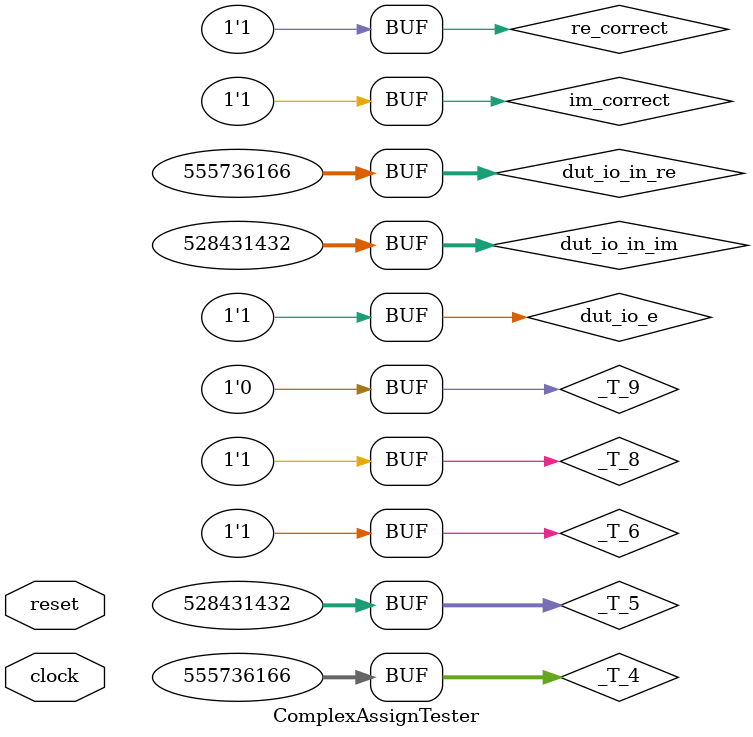
<source format=v>
module ComplexAssign(
  input         io_e,
  input  [31:0] io_in_re,
  input  [31:0] io_in_im
);
  initial begin end
endmodule
module ComplexAssignTester(
  input   clock,
  input   reset
);
  wire  dut_io_e; // @[ComplexAssign.scala 34:19]
  wire [31:0] dut_io_in_re; // @[ComplexAssign.scala 34:19]
  wire [31:0] dut_io_in_im; // @[ComplexAssign.scala 34:19]
  reg  value; // @[Counter.scala 29:33]
  reg [31:0] _RAND_0;
  wire  _T_2; // @[Counter.scala 38:22]
  wire [31:0] _T_4; // @[ComplexAssign.scala 38:41]
  wire  re_correct; // @[ComplexAssign.scala 38:34]
  wire [31:0] _T_5; // @[ComplexAssign.scala 39:41]
  wire  im_correct; // @[ComplexAssign.scala 39:34]
  wire  _T_6; // @[ComplexAssign.scala 40:21]
  wire  _T_8; // @[ComplexAssign.scala 40:9]
  wire  _T_9; // @[ComplexAssign.scala 40:9]
  wire  _T_11; // @[ComplexAssign.scala 42:9]
  ComplexAssign dut ( // @[ComplexAssign.scala 34:19]
    .io_e(dut_io_e),
    .io_in_re(dut_io_in_re),
    .io_in_im(dut_io_in_im)
  );
  assign _T_2 = value + 1'h1; // @[Counter.scala 38:22]
  assign _T_4 = dut_io_e ? dut_io_in_re : 32'h0; // @[ComplexAssign.scala 38:41]
  assign re_correct = 32'h211fdc66 == _T_4; // @[ComplexAssign.scala 38:34]
  assign _T_5 = dut_io_e ? dut_io_in_im : 32'h0; // @[ComplexAssign.scala 39:41]
  assign im_correct = 32'h1f7f3948 == _T_5; // @[ComplexAssign.scala 39:34]
  assign _T_6 = re_correct & im_correct; // @[ComplexAssign.scala 40:21]
  assign _T_8 = _T_6 | reset; // @[ComplexAssign.scala 40:9]
  assign _T_9 = _T_8 == 1'h0; // @[ComplexAssign.scala 40:9]
  assign _T_11 = reset == 1'h0; // @[ComplexAssign.scala 42:9]
  assign dut_io_e = 1'h1; // @[ComplexAssign.scala 37:12]
  assign dut_io_in_re = 32'h211fdc66; // @[ComplexAssign.scala 35:16]
  assign dut_io_in_im = 32'h1f7f3948; // @[ComplexAssign.scala 36:16]
`ifdef RANDOMIZE_GARBAGE_ASSIGN
`define RANDOMIZE
`endif
`ifdef RANDOMIZE_INVALID_ASSIGN
`define RANDOMIZE
`endif
`ifdef RANDOMIZE_REG_INIT
`define RANDOMIZE
`endif
`ifdef RANDOMIZE_MEM_INIT
`define RANDOMIZE
`endif
`ifndef RANDOM
`define RANDOM $random
`endif
`ifdef RANDOMIZE_MEM_INIT
  integer initvar;
`endif
initial begin
  `ifdef RANDOMIZE
    `ifdef INIT_RANDOM
      `INIT_RANDOM
    `endif
    `ifndef VERILATOR
      `ifdef RANDOMIZE_DELAY
        #`RANDOMIZE_DELAY begin end
      `else
        #0.002 begin end
      `endif
    `endif
  `ifdef RANDOMIZE_REG_INIT
  _RAND_0 = {1{`RANDOM}};
  value = _RAND_0[0:0];
  `endif // RANDOMIZE_REG_INIT
  `endif // RANDOMIZE
end
  always @(posedge clock) begin
    if (reset) begin
      value <= 1'h0;
    end else begin
      value <= _T_2;
    end
    `ifndef SYNTHESIS
    `ifdef PRINTF_COND
      if (`PRINTF_COND) begin
    `endif
        if (_T_9) begin
          $fwrite(32'h80000002,"Assertion failed\n    at ComplexAssign.scala:40 assert(re_correct && im_correct)\n"); // @[ComplexAssign.scala 40:9]
        end
    `ifdef PRINTF_COND
      end
    `endif
    `endif // SYNTHESIS
    `ifndef SYNTHESIS
    `ifdef STOP_COND
      if (`STOP_COND) begin
    `endif
        if (_T_9) begin
          $fatal; // @[ComplexAssign.scala 40:9]
        end
    `ifdef STOP_COND
      end
    `endif
    `endif // SYNTHESIS
    `ifndef SYNTHESIS
    `ifdef STOP_COND
      if (`STOP_COND) begin
    `endif
        if (value & _T_11) begin
          $finish; // @[ComplexAssign.scala 42:9]
        end
    `ifdef STOP_COND
      end
    `endif
    `endif // SYNTHESIS
  end
endmodule

</source>
